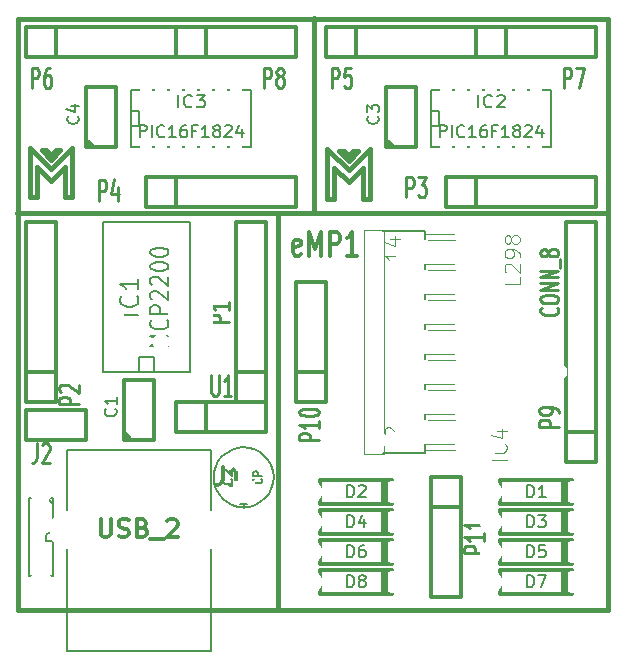
<source format=gto>
G04 (created by PCBNEW-RS274X (2011-12-28 BZR 3254)-stable) date 2012. 03. 22. 18:32:51*
G01*
G70*
G90*
%MOIN*%
G04 Gerber Fmt 3.4, Leading zero omitted, Abs format*
%FSLAX34Y34*%
G04 APERTURE LIST*
%ADD10C,0.006000*%
%ADD11C,0.012000*%
%ADD12C,0.015000*%
%ADD13C,0.005000*%
%ADD14C,0.008000*%
%ADD15C,0.002600*%
%ADD16C,0.010700*%
%ADD17C,0.010000*%
%ADD18C,0.010600*%
%ADD19C,0.003500*%
%ADD20C,0.007500*%
%ADD21C,0.080000*%
%ADD22C,0.126300*%
%ADD23R,0.070000X0.040000*%
%ADD24R,0.040000X0.065000*%
%ADD25R,0.075000X0.075000*%
%ADD26C,0.075000*%
%ADD27O,0.140000X0.080000*%
%ADD28C,0.055000*%
G04 APERTURE END LIST*
G54D10*
G54D11*
X14147Y-12569D02*
X14090Y-12607D01*
X13976Y-12607D01*
X13919Y-12569D01*
X13890Y-12493D01*
X13890Y-12188D01*
X13919Y-12112D01*
X13976Y-12073D01*
X14090Y-12073D01*
X14147Y-12112D01*
X14176Y-12188D01*
X14176Y-12264D01*
X13890Y-12340D01*
X14433Y-12607D02*
X14433Y-11807D01*
X14633Y-12378D01*
X14833Y-11807D01*
X14833Y-12607D01*
X15119Y-12607D02*
X15119Y-11807D01*
X15347Y-11807D01*
X15405Y-11845D01*
X15433Y-11883D01*
X15462Y-11959D01*
X15462Y-12073D01*
X15433Y-12150D01*
X15405Y-12188D01*
X15347Y-12226D01*
X15119Y-12226D01*
X16033Y-12607D02*
X15690Y-12607D01*
X15862Y-12607D02*
X15862Y-11807D01*
X15805Y-11921D01*
X15747Y-11997D01*
X15690Y-12035D01*
G54D12*
X05118Y-10669D02*
X05118Y-09016D01*
X05118Y-09016D02*
X05827Y-09725D01*
X05827Y-09725D02*
X06536Y-09016D01*
X06536Y-09016D02*
X06536Y-10669D01*
X06536Y-10669D02*
X06299Y-10669D01*
X06299Y-10669D02*
X06299Y-09646D01*
X06299Y-09646D02*
X05827Y-10118D01*
X05827Y-10118D02*
X05355Y-09646D01*
X05355Y-09646D02*
X05355Y-10669D01*
X05355Y-10669D02*
X05118Y-10669D01*
X05512Y-09095D02*
X05827Y-09410D01*
X05827Y-09410D02*
X06142Y-09095D01*
X06142Y-09095D02*
X05985Y-09095D01*
X05985Y-09095D02*
X05828Y-09252D01*
X05828Y-09252D02*
X05671Y-09095D01*
X05671Y-09095D02*
X05512Y-09095D01*
X05671Y-09095D02*
X05512Y-09095D01*
X05828Y-09252D02*
X05671Y-09095D01*
X15749Y-09291D02*
X15592Y-09134D01*
X15592Y-09134D02*
X15433Y-09134D01*
X15592Y-09134D02*
X15433Y-09134D01*
X15749Y-09291D02*
X15592Y-09134D01*
X15906Y-09134D02*
X15749Y-09291D01*
X16063Y-09134D02*
X15906Y-09134D01*
X15748Y-09449D02*
X16063Y-09134D01*
X15433Y-09134D02*
X15748Y-09449D01*
X15276Y-10708D02*
X15039Y-10708D01*
X15276Y-09685D02*
X15276Y-10708D01*
X15748Y-10157D02*
X15276Y-09685D01*
X16220Y-09685D02*
X15748Y-10157D01*
X16220Y-10708D02*
X16220Y-09685D01*
X16457Y-10708D02*
X16220Y-10708D01*
X16457Y-09055D02*
X16457Y-10708D01*
X15748Y-09764D02*
X16457Y-09055D01*
X15039Y-09055D02*
X15748Y-09764D01*
X15039Y-10708D02*
X15039Y-09055D01*
X13400Y-11300D02*
X13400Y-24400D01*
X14600Y-04700D02*
X14600Y-11200D01*
X04700Y-11200D02*
X24400Y-11200D01*
X04724Y-24409D02*
X04724Y-04724D01*
X24409Y-24409D02*
X04724Y-24409D01*
X24409Y-04724D02*
X24409Y-24409D01*
X04724Y-04724D02*
X24409Y-04724D01*
G54D13*
X06350Y-25800D02*
X11150Y-25800D01*
X11150Y-25800D02*
X11150Y-19100D01*
X11150Y-19100D02*
X06350Y-19100D01*
X06350Y-19100D02*
X06350Y-25800D01*
X10450Y-11500D02*
X07550Y-11500D01*
X07550Y-16500D02*
X10450Y-16500D01*
X10450Y-11500D02*
X10450Y-16500D01*
X07550Y-16500D02*
X07550Y-11500D01*
X08750Y-16500D02*
X08750Y-16000D01*
X08750Y-16000D02*
X09250Y-16000D01*
X09250Y-16000D02*
X09250Y-16500D01*
G54D14*
X12500Y-07100D02*
X12500Y-09000D01*
X12500Y-09000D02*
X08500Y-09000D01*
X08500Y-09000D02*
X08500Y-07100D01*
X08500Y-07100D02*
X12500Y-07100D01*
X08500Y-07800D02*
X08750Y-07800D01*
X08750Y-07800D02*
X08750Y-08300D01*
X08750Y-08300D02*
X08500Y-08300D01*
X22500Y-07100D02*
X22500Y-09000D01*
X22500Y-09000D02*
X18500Y-09000D01*
X18500Y-09000D02*
X18500Y-07100D01*
X18500Y-07100D02*
X22500Y-07100D01*
X18500Y-07800D02*
X18750Y-07800D01*
X18750Y-07800D02*
X18750Y-08300D01*
X18750Y-08300D02*
X18500Y-08300D01*
G54D11*
X23000Y-19500D02*
X23000Y-11500D01*
X23000Y-11500D02*
X24000Y-11500D01*
X24000Y-11500D02*
X24000Y-19500D01*
X24000Y-19500D02*
X23000Y-19500D01*
X24000Y-18500D02*
X23000Y-18500D01*
X13000Y-17500D02*
X12000Y-17500D01*
X12000Y-17500D02*
X12000Y-11500D01*
X12000Y-11500D02*
X13000Y-11500D01*
X13000Y-11500D02*
X13000Y-17500D01*
X13000Y-16500D02*
X12000Y-16500D01*
X06000Y-17500D02*
X05000Y-17500D01*
X05000Y-17500D02*
X05000Y-11500D01*
X05000Y-11500D02*
X06000Y-11500D01*
X06000Y-11500D02*
X06000Y-17500D01*
X06000Y-16500D02*
X05000Y-16500D01*
X15000Y-06000D02*
X15000Y-05000D01*
X15000Y-05000D02*
X20000Y-05000D01*
X20000Y-05000D02*
X20000Y-06000D01*
X20000Y-06000D02*
X15000Y-06000D01*
X16000Y-06000D02*
X16000Y-05000D01*
X19000Y-11000D02*
X19000Y-10000D01*
X19000Y-10000D02*
X24000Y-10000D01*
X24000Y-10000D02*
X24000Y-11000D01*
X24000Y-11000D02*
X19000Y-11000D01*
X20000Y-11000D02*
X20000Y-10000D01*
X09000Y-11000D02*
X09000Y-10000D01*
X09000Y-10000D02*
X14000Y-10000D01*
X14000Y-10000D02*
X14000Y-11000D01*
X14000Y-11000D02*
X09000Y-11000D01*
X10000Y-11000D02*
X10000Y-10000D01*
X05000Y-06000D02*
X05000Y-05000D01*
X05000Y-05000D02*
X10000Y-05000D01*
X10000Y-05000D02*
X10000Y-06000D01*
X10000Y-06000D02*
X05000Y-06000D01*
X06000Y-06000D02*
X06000Y-05000D01*
X20000Y-05000D02*
X20000Y-05000D01*
X20000Y-06000D02*
X20000Y-05000D01*
X20000Y-05000D02*
X20000Y-05000D01*
X20000Y-05000D02*
X24000Y-05000D01*
X24000Y-05000D02*
X24000Y-06000D01*
X24000Y-06000D02*
X20000Y-06000D01*
X21000Y-06000D02*
X21000Y-05000D01*
X10000Y-05000D02*
X10000Y-05000D01*
X10000Y-06000D02*
X10000Y-05000D01*
X10000Y-05000D02*
X10000Y-05000D01*
X10000Y-05000D02*
X14000Y-05000D01*
X14000Y-05000D02*
X14000Y-06000D01*
X14000Y-06000D02*
X10000Y-06000D01*
X11000Y-06000D02*
X11000Y-05000D01*
X14000Y-17500D02*
X14000Y-17500D01*
X15000Y-17500D02*
X14000Y-17500D01*
X14000Y-17500D02*
X14000Y-17500D01*
X14000Y-17500D02*
X14000Y-13500D01*
X14000Y-13500D02*
X15000Y-13500D01*
X15000Y-13500D02*
X15000Y-17500D01*
X15000Y-16500D02*
X14000Y-16500D01*
X19500Y-20000D02*
X19500Y-20000D01*
X18500Y-20000D02*
X19500Y-20000D01*
X19500Y-20000D02*
X19500Y-20000D01*
X19500Y-20000D02*
X19500Y-24000D01*
X19500Y-24000D02*
X18500Y-24000D01*
X18500Y-24000D02*
X18500Y-20000D01*
X18500Y-21000D02*
X19500Y-21000D01*
X10000Y-18500D02*
X10000Y-17500D01*
X10000Y-17500D02*
X13000Y-17500D01*
X13000Y-17500D02*
X13000Y-18500D01*
X13000Y-18500D02*
X10000Y-18500D01*
X11000Y-17500D02*
X11000Y-18500D01*
X05000Y-18750D02*
X05000Y-17750D01*
X05000Y-17750D02*
X07000Y-17750D01*
X07000Y-17750D02*
X07000Y-18750D01*
X07000Y-18750D02*
X05000Y-18750D01*
G54D14*
X05500Y-20500D02*
X05500Y-20700D01*
X05500Y-23500D02*
X05500Y-23300D01*
X05500Y-23300D02*
X05900Y-23300D01*
X05900Y-23300D02*
X05900Y-20700D01*
X05900Y-20700D02*
X05100Y-20700D01*
X05100Y-20700D02*
X05100Y-23300D01*
X05100Y-23300D02*
X05500Y-23300D01*
X05700Y-20700D02*
X05900Y-20900D01*
G54D15*
X19400Y-19100D02*
X19400Y-18900D01*
X19400Y-18900D02*
X18300Y-18900D01*
X18300Y-19100D02*
X18300Y-18900D01*
X19400Y-19100D02*
X18300Y-19100D01*
X19400Y-18100D02*
X19400Y-17900D01*
X19400Y-17900D02*
X18300Y-17900D01*
X18300Y-18100D02*
X18300Y-17900D01*
X19400Y-18100D02*
X18300Y-18100D01*
X19400Y-17100D02*
X19400Y-16900D01*
X19400Y-16900D02*
X18300Y-16900D01*
X18300Y-17100D02*
X18300Y-16900D01*
X19400Y-17100D02*
X18300Y-17100D01*
X19400Y-16100D02*
X19400Y-15900D01*
X19400Y-15900D02*
X18300Y-15900D01*
X18300Y-16100D02*
X18300Y-15900D01*
X19400Y-16100D02*
X18300Y-16100D01*
X19400Y-15100D02*
X19400Y-14900D01*
X19400Y-14900D02*
X18300Y-14900D01*
X18300Y-15100D02*
X18300Y-14900D01*
X19400Y-15100D02*
X18300Y-15100D01*
X19400Y-14100D02*
X19400Y-13900D01*
X19400Y-13900D02*
X18300Y-13900D01*
X18300Y-14100D02*
X18300Y-13900D01*
X19400Y-14100D02*
X18300Y-14100D01*
X19400Y-13100D02*
X19400Y-12900D01*
X19400Y-12900D02*
X18300Y-12900D01*
X18300Y-13100D02*
X18300Y-12900D01*
X19400Y-13100D02*
X18300Y-13100D01*
X19400Y-12100D02*
X19400Y-11900D01*
X19400Y-11900D02*
X18300Y-11900D01*
X18300Y-12100D02*
X18300Y-11900D01*
X19400Y-12100D02*
X18300Y-12100D01*
X16932Y-19230D02*
X16932Y-11770D01*
X16932Y-11770D02*
X16272Y-11770D01*
X16272Y-19230D02*
X16272Y-11770D01*
X16932Y-19230D02*
X16272Y-19230D01*
G54D10*
X18300Y-19200D02*
X18300Y-19100D01*
X18300Y-19100D02*
X18300Y-11900D01*
X18300Y-11900D02*
X18300Y-11800D01*
X16900Y-19200D02*
X18300Y-19200D01*
X16900Y-11800D02*
X18300Y-11800D01*
G54D11*
X17500Y-23500D02*
X17200Y-23500D01*
X17200Y-23500D02*
X17200Y-23100D01*
X17200Y-23100D02*
X14800Y-23100D01*
X14800Y-23100D02*
X14800Y-23500D01*
X14800Y-23500D02*
X14500Y-23500D01*
X14800Y-23500D02*
X14800Y-23900D01*
X14800Y-23900D02*
X17200Y-23900D01*
X17200Y-23900D02*
X17200Y-23500D01*
X17000Y-23100D02*
X17000Y-23900D01*
X16900Y-23900D02*
X16900Y-23100D01*
X23500Y-23500D02*
X23200Y-23500D01*
X23200Y-23500D02*
X23200Y-23100D01*
X23200Y-23100D02*
X20800Y-23100D01*
X20800Y-23100D02*
X20800Y-23500D01*
X20800Y-23500D02*
X20500Y-23500D01*
X20800Y-23500D02*
X20800Y-23900D01*
X20800Y-23900D02*
X23200Y-23900D01*
X23200Y-23900D02*
X23200Y-23500D01*
X23000Y-23100D02*
X23000Y-23900D01*
X22900Y-23900D02*
X22900Y-23100D01*
X17500Y-22500D02*
X17200Y-22500D01*
X17200Y-22500D02*
X17200Y-22100D01*
X17200Y-22100D02*
X14800Y-22100D01*
X14800Y-22100D02*
X14800Y-22500D01*
X14800Y-22500D02*
X14500Y-22500D01*
X14800Y-22500D02*
X14800Y-22900D01*
X14800Y-22900D02*
X17200Y-22900D01*
X17200Y-22900D02*
X17200Y-22500D01*
X17000Y-22100D02*
X17000Y-22900D01*
X16900Y-22900D02*
X16900Y-22100D01*
X23500Y-22500D02*
X23200Y-22500D01*
X23200Y-22500D02*
X23200Y-22100D01*
X23200Y-22100D02*
X20800Y-22100D01*
X20800Y-22100D02*
X20800Y-22500D01*
X20800Y-22500D02*
X20500Y-22500D01*
X20800Y-22500D02*
X20800Y-22900D01*
X20800Y-22900D02*
X23200Y-22900D01*
X23200Y-22900D02*
X23200Y-22500D01*
X23000Y-22100D02*
X23000Y-22900D01*
X22900Y-22900D02*
X22900Y-22100D01*
X17500Y-21500D02*
X17200Y-21500D01*
X17200Y-21500D02*
X17200Y-21100D01*
X17200Y-21100D02*
X14800Y-21100D01*
X14800Y-21100D02*
X14800Y-21500D01*
X14800Y-21500D02*
X14500Y-21500D01*
X14800Y-21500D02*
X14800Y-21900D01*
X14800Y-21900D02*
X17200Y-21900D01*
X17200Y-21900D02*
X17200Y-21500D01*
X17000Y-21100D02*
X17000Y-21900D01*
X16900Y-21900D02*
X16900Y-21100D01*
X23500Y-21500D02*
X23200Y-21500D01*
X23200Y-21500D02*
X23200Y-21100D01*
X23200Y-21100D02*
X20800Y-21100D01*
X20800Y-21100D02*
X20800Y-21500D01*
X20800Y-21500D02*
X20500Y-21500D01*
X20800Y-21500D02*
X20800Y-21900D01*
X20800Y-21900D02*
X23200Y-21900D01*
X23200Y-21900D02*
X23200Y-21500D01*
X23000Y-21100D02*
X23000Y-21900D01*
X22900Y-21900D02*
X22900Y-21100D01*
X17500Y-20500D02*
X17200Y-20500D01*
X17200Y-20500D02*
X17200Y-20100D01*
X17200Y-20100D02*
X14800Y-20100D01*
X14800Y-20100D02*
X14800Y-20500D01*
X14800Y-20500D02*
X14500Y-20500D01*
X14800Y-20500D02*
X14800Y-20900D01*
X14800Y-20900D02*
X17200Y-20900D01*
X17200Y-20900D02*
X17200Y-20500D01*
X17000Y-20100D02*
X17000Y-20900D01*
X16900Y-20900D02*
X16900Y-20100D01*
X23500Y-20500D02*
X23200Y-20500D01*
X23200Y-20500D02*
X23200Y-20100D01*
X23200Y-20100D02*
X20800Y-20100D01*
X20800Y-20100D02*
X20800Y-20500D01*
X20800Y-20500D02*
X20500Y-20500D01*
X20800Y-20500D02*
X20800Y-20900D01*
X20800Y-20900D02*
X23200Y-20900D01*
X23200Y-20900D02*
X23200Y-20500D01*
X23000Y-20100D02*
X23000Y-20900D01*
X22900Y-20900D02*
X22900Y-20100D01*
X08250Y-18730D02*
X08250Y-16750D01*
X08250Y-16750D02*
X09250Y-16750D01*
X09250Y-16750D02*
X09250Y-18750D01*
X09250Y-18750D02*
X08250Y-18750D01*
X08500Y-18750D02*
X08250Y-18500D01*
X07000Y-08980D02*
X07000Y-07000D01*
X07000Y-07000D02*
X08000Y-07000D01*
X08000Y-07000D02*
X08000Y-09000D01*
X08000Y-09000D02*
X07000Y-09000D01*
X07250Y-09000D02*
X07000Y-08750D01*
X17000Y-08980D02*
X17000Y-07000D01*
X17000Y-07000D02*
X18000Y-07000D01*
X18000Y-07000D02*
X18000Y-09000D01*
X18000Y-09000D02*
X17000Y-09000D01*
X17250Y-09000D02*
X17000Y-08750D01*
G54D13*
X13251Y-20000D02*
X13231Y-20194D01*
X13175Y-20381D01*
X13083Y-20553D01*
X12960Y-20705D01*
X12809Y-20829D01*
X12637Y-20922D01*
X12451Y-20980D01*
X12256Y-21000D01*
X12063Y-20983D01*
X11876Y-20928D01*
X11702Y-20837D01*
X11550Y-20715D01*
X11425Y-20565D01*
X11330Y-20394D01*
X11271Y-20208D01*
X11250Y-20013D01*
X11266Y-19820D01*
X11320Y-19632D01*
X11409Y-19458D01*
X11530Y-19305D01*
X11679Y-19179D01*
X11850Y-19083D01*
X12036Y-19023D01*
X12230Y-19000D01*
X12423Y-19015D01*
X12611Y-19067D01*
X12786Y-19155D01*
X12940Y-19276D01*
X13067Y-19423D01*
X13164Y-19593D01*
X13226Y-19779D01*
X13250Y-19973D01*
X13251Y-20000D01*
G54D11*
X11550Y-19643D02*
X11550Y-20071D01*
X11522Y-20157D01*
X11465Y-20214D01*
X11379Y-20243D01*
X11322Y-20243D01*
X12150Y-20243D02*
X11807Y-20243D01*
X11979Y-20243D02*
X11979Y-19643D01*
X11922Y-19729D01*
X11864Y-19786D01*
X11807Y-19814D01*
X07479Y-21393D02*
X07479Y-21879D01*
X07507Y-21936D01*
X07536Y-21964D01*
X07593Y-21993D01*
X07707Y-21993D01*
X07765Y-21964D01*
X07793Y-21936D01*
X07822Y-21879D01*
X07822Y-21393D01*
X08079Y-21964D02*
X08165Y-21993D01*
X08308Y-21993D01*
X08365Y-21964D01*
X08394Y-21936D01*
X08422Y-21879D01*
X08422Y-21821D01*
X08394Y-21764D01*
X08365Y-21736D01*
X08308Y-21707D01*
X08194Y-21679D01*
X08136Y-21650D01*
X08108Y-21621D01*
X08079Y-21564D01*
X08079Y-21507D01*
X08108Y-21450D01*
X08136Y-21421D01*
X08194Y-21393D01*
X08336Y-21393D01*
X08422Y-21421D01*
X08879Y-21679D02*
X08965Y-21707D01*
X08993Y-21736D01*
X09022Y-21793D01*
X09022Y-21879D01*
X08993Y-21936D01*
X08965Y-21964D01*
X08907Y-21993D01*
X08679Y-21993D01*
X08679Y-21393D01*
X08879Y-21393D01*
X08936Y-21421D01*
X08965Y-21450D01*
X08993Y-21507D01*
X08993Y-21564D01*
X08965Y-21621D01*
X08936Y-21650D01*
X08879Y-21679D01*
X08679Y-21679D01*
X09136Y-22050D02*
X09593Y-22050D01*
X09707Y-21450D02*
X09736Y-21421D01*
X09793Y-21393D01*
X09936Y-21393D01*
X09993Y-21421D01*
X10022Y-21450D01*
X10050Y-21507D01*
X10050Y-21564D01*
X10022Y-21650D01*
X09679Y-21993D01*
X10050Y-21993D01*
G54D13*
X08743Y-14585D02*
X08143Y-14585D01*
X08686Y-13956D02*
X08714Y-13985D01*
X08743Y-14071D01*
X08743Y-14128D01*
X08714Y-14213D01*
X08657Y-14271D01*
X08600Y-14299D01*
X08486Y-14328D01*
X08400Y-14328D01*
X08286Y-14299D01*
X08229Y-14271D01*
X08171Y-14213D01*
X08143Y-14128D01*
X08143Y-14071D01*
X08171Y-13985D01*
X08200Y-13956D01*
X08743Y-13385D02*
X08743Y-13728D01*
X08743Y-13556D02*
X08143Y-13556D01*
X08229Y-13613D01*
X08286Y-13671D01*
X08314Y-13728D01*
X09743Y-15618D02*
X09143Y-15618D01*
X09571Y-15451D01*
X09143Y-15285D01*
X09743Y-15285D01*
X09686Y-14761D02*
X09714Y-14785D01*
X09743Y-14856D01*
X09743Y-14904D01*
X09714Y-14976D01*
X09657Y-15023D01*
X09600Y-15047D01*
X09486Y-15071D01*
X09400Y-15071D01*
X09286Y-15047D01*
X09229Y-15023D01*
X09171Y-14976D01*
X09143Y-14904D01*
X09143Y-14856D01*
X09171Y-14785D01*
X09200Y-14761D01*
X09743Y-14547D02*
X09143Y-14547D01*
X09143Y-14356D01*
X09171Y-14309D01*
X09200Y-14285D01*
X09257Y-14261D01*
X09343Y-14261D01*
X09400Y-14285D01*
X09429Y-14309D01*
X09457Y-14356D01*
X09457Y-14547D01*
X09200Y-14071D02*
X09171Y-14047D01*
X09143Y-13999D01*
X09143Y-13880D01*
X09171Y-13833D01*
X09200Y-13809D01*
X09257Y-13785D01*
X09314Y-13785D01*
X09400Y-13809D01*
X09743Y-14095D01*
X09743Y-13785D01*
X09200Y-13595D02*
X09171Y-13571D01*
X09143Y-13523D01*
X09143Y-13404D01*
X09171Y-13357D01*
X09200Y-13333D01*
X09257Y-13309D01*
X09314Y-13309D01*
X09400Y-13333D01*
X09743Y-13619D01*
X09743Y-13309D01*
X09143Y-13000D02*
X09143Y-12952D01*
X09171Y-12904D01*
X09200Y-12881D01*
X09257Y-12857D01*
X09371Y-12833D01*
X09514Y-12833D01*
X09629Y-12857D01*
X09686Y-12881D01*
X09714Y-12904D01*
X09743Y-12952D01*
X09743Y-13000D01*
X09714Y-13047D01*
X09686Y-13071D01*
X09629Y-13095D01*
X09514Y-13119D01*
X09371Y-13119D01*
X09257Y-13095D01*
X09200Y-13071D01*
X09171Y-13047D01*
X09143Y-13000D01*
X09143Y-12524D02*
X09143Y-12476D01*
X09171Y-12428D01*
X09200Y-12405D01*
X09257Y-12381D01*
X09371Y-12357D01*
X09514Y-12357D01*
X09629Y-12381D01*
X09686Y-12405D01*
X09714Y-12428D01*
X09743Y-12476D01*
X09743Y-12524D01*
X09714Y-12571D01*
X09686Y-12595D01*
X09629Y-12619D01*
X09514Y-12643D01*
X09371Y-12643D01*
X09257Y-12619D01*
X09200Y-12595D01*
X09171Y-12571D01*
X09143Y-12524D01*
X10061Y-07662D02*
X10061Y-07262D01*
X10532Y-07624D02*
X10511Y-07643D01*
X10447Y-07662D01*
X10404Y-07662D01*
X10339Y-07643D01*
X10297Y-07605D01*
X10275Y-07567D01*
X10254Y-07490D01*
X10254Y-07433D01*
X10275Y-07357D01*
X10297Y-07319D01*
X10339Y-07281D01*
X10404Y-07262D01*
X10447Y-07262D01*
X10511Y-07281D01*
X10532Y-07300D01*
X10682Y-07262D02*
X10961Y-07262D01*
X10811Y-07414D01*
X10875Y-07414D01*
X10918Y-07433D01*
X10939Y-07452D01*
X10961Y-07490D01*
X10961Y-07586D01*
X10939Y-07624D01*
X10918Y-07643D01*
X10875Y-07662D01*
X10747Y-07662D01*
X10704Y-07643D01*
X10682Y-07624D01*
X08786Y-08662D02*
X08786Y-08262D01*
X08939Y-08262D01*
X08977Y-08281D01*
X08996Y-08300D01*
X09015Y-08338D01*
X09015Y-08395D01*
X08996Y-08433D01*
X08977Y-08452D01*
X08939Y-08471D01*
X08786Y-08471D01*
X09186Y-08662D02*
X09186Y-08262D01*
X09605Y-08624D02*
X09586Y-08643D01*
X09529Y-08662D01*
X09491Y-08662D01*
X09433Y-08643D01*
X09395Y-08605D01*
X09376Y-08567D01*
X09357Y-08490D01*
X09357Y-08433D01*
X09376Y-08357D01*
X09395Y-08319D01*
X09433Y-08281D01*
X09491Y-08262D01*
X09529Y-08262D01*
X09586Y-08281D01*
X09605Y-08300D01*
X09986Y-08662D02*
X09757Y-08662D01*
X09871Y-08662D02*
X09871Y-08262D01*
X09833Y-08319D01*
X09795Y-08357D01*
X09757Y-08376D01*
X10329Y-08262D02*
X10252Y-08262D01*
X10214Y-08281D01*
X10195Y-08300D01*
X10157Y-08357D01*
X10138Y-08433D01*
X10138Y-08586D01*
X10157Y-08624D01*
X10176Y-08643D01*
X10214Y-08662D01*
X10291Y-08662D01*
X10329Y-08643D01*
X10348Y-08624D01*
X10367Y-08586D01*
X10367Y-08490D01*
X10348Y-08452D01*
X10329Y-08433D01*
X10291Y-08414D01*
X10214Y-08414D01*
X10176Y-08433D01*
X10157Y-08452D01*
X10138Y-08490D01*
X10672Y-08452D02*
X10538Y-08452D01*
X10538Y-08662D02*
X10538Y-08262D01*
X10729Y-08262D01*
X11091Y-08662D02*
X10862Y-08662D01*
X10976Y-08662D02*
X10976Y-08262D01*
X10938Y-08319D01*
X10900Y-08357D01*
X10862Y-08376D01*
X11319Y-08433D02*
X11281Y-08414D01*
X11262Y-08395D01*
X11243Y-08357D01*
X11243Y-08338D01*
X11262Y-08300D01*
X11281Y-08281D01*
X11319Y-08262D01*
X11396Y-08262D01*
X11434Y-08281D01*
X11453Y-08300D01*
X11472Y-08338D01*
X11472Y-08357D01*
X11453Y-08395D01*
X11434Y-08414D01*
X11396Y-08433D01*
X11319Y-08433D01*
X11281Y-08452D01*
X11262Y-08471D01*
X11243Y-08510D01*
X11243Y-08586D01*
X11262Y-08624D01*
X11281Y-08643D01*
X11319Y-08662D01*
X11396Y-08662D01*
X11434Y-08643D01*
X11453Y-08624D01*
X11472Y-08586D01*
X11472Y-08510D01*
X11453Y-08471D01*
X11434Y-08452D01*
X11396Y-08433D01*
X11624Y-08300D02*
X11643Y-08281D01*
X11681Y-08262D01*
X11777Y-08262D01*
X11815Y-08281D01*
X11834Y-08300D01*
X11853Y-08338D01*
X11853Y-08376D01*
X11834Y-08433D01*
X11605Y-08662D01*
X11853Y-08662D01*
X12196Y-08395D02*
X12196Y-08662D01*
X12100Y-08243D02*
X12005Y-08529D01*
X12253Y-08529D01*
X20061Y-07662D02*
X20061Y-07262D01*
X20532Y-07624D02*
X20511Y-07643D01*
X20447Y-07662D01*
X20404Y-07662D01*
X20339Y-07643D01*
X20297Y-07605D01*
X20275Y-07567D01*
X20254Y-07490D01*
X20254Y-07433D01*
X20275Y-07357D01*
X20297Y-07319D01*
X20339Y-07281D01*
X20404Y-07262D01*
X20447Y-07262D01*
X20511Y-07281D01*
X20532Y-07300D01*
X20704Y-07300D02*
X20725Y-07281D01*
X20768Y-07262D01*
X20875Y-07262D01*
X20918Y-07281D01*
X20939Y-07300D01*
X20961Y-07338D01*
X20961Y-07376D01*
X20939Y-07433D01*
X20682Y-07662D01*
X20961Y-07662D01*
X18786Y-08662D02*
X18786Y-08262D01*
X18939Y-08262D01*
X18977Y-08281D01*
X18996Y-08300D01*
X19015Y-08338D01*
X19015Y-08395D01*
X18996Y-08433D01*
X18977Y-08452D01*
X18939Y-08471D01*
X18786Y-08471D01*
X19186Y-08662D02*
X19186Y-08262D01*
X19605Y-08624D02*
X19586Y-08643D01*
X19529Y-08662D01*
X19491Y-08662D01*
X19433Y-08643D01*
X19395Y-08605D01*
X19376Y-08567D01*
X19357Y-08490D01*
X19357Y-08433D01*
X19376Y-08357D01*
X19395Y-08319D01*
X19433Y-08281D01*
X19491Y-08262D01*
X19529Y-08262D01*
X19586Y-08281D01*
X19605Y-08300D01*
X19986Y-08662D02*
X19757Y-08662D01*
X19871Y-08662D02*
X19871Y-08262D01*
X19833Y-08319D01*
X19795Y-08357D01*
X19757Y-08376D01*
X20329Y-08262D02*
X20252Y-08262D01*
X20214Y-08281D01*
X20195Y-08300D01*
X20157Y-08357D01*
X20138Y-08433D01*
X20138Y-08586D01*
X20157Y-08624D01*
X20176Y-08643D01*
X20214Y-08662D01*
X20291Y-08662D01*
X20329Y-08643D01*
X20348Y-08624D01*
X20367Y-08586D01*
X20367Y-08490D01*
X20348Y-08452D01*
X20329Y-08433D01*
X20291Y-08414D01*
X20214Y-08414D01*
X20176Y-08433D01*
X20157Y-08452D01*
X20138Y-08490D01*
X20672Y-08452D02*
X20538Y-08452D01*
X20538Y-08662D02*
X20538Y-08262D01*
X20729Y-08262D01*
X21091Y-08662D02*
X20862Y-08662D01*
X20976Y-08662D02*
X20976Y-08262D01*
X20938Y-08319D01*
X20900Y-08357D01*
X20862Y-08376D01*
X21319Y-08433D02*
X21281Y-08414D01*
X21262Y-08395D01*
X21243Y-08357D01*
X21243Y-08338D01*
X21262Y-08300D01*
X21281Y-08281D01*
X21319Y-08262D01*
X21396Y-08262D01*
X21434Y-08281D01*
X21453Y-08300D01*
X21472Y-08338D01*
X21472Y-08357D01*
X21453Y-08395D01*
X21434Y-08414D01*
X21396Y-08433D01*
X21319Y-08433D01*
X21281Y-08452D01*
X21262Y-08471D01*
X21243Y-08510D01*
X21243Y-08586D01*
X21262Y-08624D01*
X21281Y-08643D01*
X21319Y-08662D01*
X21396Y-08662D01*
X21434Y-08643D01*
X21453Y-08624D01*
X21472Y-08586D01*
X21472Y-08510D01*
X21453Y-08471D01*
X21434Y-08452D01*
X21396Y-08433D01*
X21624Y-08300D02*
X21643Y-08281D01*
X21681Y-08262D01*
X21777Y-08262D01*
X21815Y-08281D01*
X21834Y-08300D01*
X21853Y-08338D01*
X21853Y-08376D01*
X21834Y-08433D01*
X21605Y-08662D01*
X21853Y-08662D01*
X22196Y-08395D02*
X22196Y-08662D01*
X22100Y-08243D02*
X22005Y-08529D01*
X22253Y-08529D01*
G54D16*
X22775Y-18316D02*
X22094Y-18316D01*
X22094Y-18153D01*
X22127Y-18112D01*
X22159Y-18092D01*
X22224Y-18072D01*
X22321Y-18072D01*
X22386Y-18092D01*
X22418Y-18112D01*
X22451Y-18153D01*
X22451Y-18316D01*
X22775Y-17868D02*
X22775Y-17786D01*
X22743Y-17745D01*
X22710Y-17725D01*
X22613Y-17684D01*
X22483Y-17664D01*
X22224Y-17664D01*
X22159Y-17684D01*
X22127Y-17705D01*
X22094Y-17745D01*
X22094Y-17827D01*
X22127Y-17868D01*
X22159Y-17888D01*
X22224Y-17908D01*
X22386Y-17908D01*
X22451Y-17888D01*
X22483Y-17868D01*
X22516Y-17827D01*
X22516Y-17745D01*
X22483Y-17705D01*
X22451Y-17684D01*
X22386Y-17664D01*
G54D17*
X22686Y-14347D02*
X22714Y-14366D01*
X22743Y-14423D01*
X22743Y-14461D01*
X22714Y-14519D01*
X22657Y-14557D01*
X22600Y-14576D01*
X22486Y-14595D01*
X22400Y-14595D01*
X22286Y-14576D01*
X22229Y-14557D01*
X22171Y-14519D01*
X22143Y-14461D01*
X22143Y-14423D01*
X22171Y-14366D01*
X22200Y-14347D01*
X22143Y-14100D02*
X22143Y-14023D01*
X22171Y-13985D01*
X22229Y-13947D01*
X22343Y-13928D01*
X22543Y-13928D01*
X22657Y-13947D01*
X22714Y-13985D01*
X22743Y-14023D01*
X22743Y-14100D01*
X22714Y-14138D01*
X22657Y-14176D01*
X22543Y-14195D01*
X22343Y-14195D01*
X22229Y-14176D01*
X22171Y-14138D01*
X22143Y-14100D01*
X22743Y-13757D02*
X22143Y-13757D01*
X22743Y-13528D01*
X22143Y-13528D01*
X22743Y-13338D02*
X22143Y-13338D01*
X22743Y-13109D01*
X22143Y-13109D01*
X22800Y-13014D02*
X22800Y-12709D01*
X22400Y-12557D02*
X22371Y-12595D01*
X22343Y-12614D01*
X22286Y-12633D01*
X22257Y-12633D01*
X22200Y-12614D01*
X22171Y-12595D01*
X22143Y-12557D01*
X22143Y-12480D01*
X22171Y-12442D01*
X22200Y-12423D01*
X22257Y-12404D01*
X22286Y-12404D01*
X22343Y-12423D01*
X22371Y-12442D01*
X22400Y-12480D01*
X22400Y-12557D01*
X22429Y-12595D01*
X22457Y-12614D01*
X22514Y-12633D01*
X22629Y-12633D01*
X22686Y-12614D01*
X22714Y-12595D01*
X22743Y-12557D01*
X22743Y-12480D01*
X22714Y-12442D01*
X22686Y-12423D01*
X22629Y-12404D01*
X22514Y-12404D01*
X22457Y-12423D01*
X22429Y-12442D01*
X22400Y-12480D01*
G54D16*
X11775Y-14816D02*
X11094Y-14816D01*
X11094Y-14653D01*
X11127Y-14612D01*
X11159Y-14592D01*
X11224Y-14572D01*
X11321Y-14572D01*
X11386Y-14592D01*
X11418Y-14612D01*
X11451Y-14653D01*
X11451Y-14816D01*
X11775Y-14164D02*
X11775Y-14408D01*
X11775Y-14286D02*
X11094Y-14286D01*
X11191Y-14327D01*
X11256Y-14368D01*
X11289Y-14408D01*
X06775Y-17566D02*
X06094Y-17566D01*
X06094Y-17403D01*
X06127Y-17362D01*
X06159Y-17342D01*
X06224Y-17322D01*
X06321Y-17322D01*
X06386Y-17342D01*
X06418Y-17362D01*
X06451Y-17403D01*
X06451Y-17566D01*
X06159Y-17158D02*
X06127Y-17138D01*
X06094Y-17097D01*
X06094Y-16995D01*
X06127Y-16955D01*
X06159Y-16934D01*
X06224Y-16914D01*
X06289Y-16914D01*
X06386Y-16934D01*
X06775Y-17179D01*
X06775Y-16914D01*
X15184Y-07025D02*
X15184Y-06344D01*
X15347Y-06344D01*
X15388Y-06377D01*
X15408Y-06409D01*
X15428Y-06474D01*
X15428Y-06571D01*
X15408Y-06636D01*
X15388Y-06668D01*
X15347Y-06701D01*
X15184Y-06701D01*
X15816Y-06344D02*
X15612Y-06344D01*
X15592Y-06668D01*
X15612Y-06636D01*
X15653Y-06604D01*
X15755Y-06604D01*
X15795Y-06636D01*
X15816Y-06668D01*
X15836Y-06733D01*
X15836Y-06895D01*
X15816Y-06960D01*
X15795Y-06993D01*
X15755Y-07025D01*
X15653Y-07025D01*
X15612Y-06993D01*
X15592Y-06960D01*
X17676Y-10669D02*
X17676Y-09988D01*
X17839Y-09988D01*
X17880Y-10021D01*
X17900Y-10053D01*
X17920Y-10118D01*
X17920Y-10215D01*
X17900Y-10280D01*
X17880Y-10312D01*
X17839Y-10345D01*
X17676Y-10345D01*
X18063Y-09988D02*
X18328Y-09988D01*
X18185Y-10248D01*
X18247Y-10248D01*
X18287Y-10280D01*
X18308Y-10312D01*
X18328Y-10377D01*
X18328Y-10539D01*
X18308Y-10604D01*
X18287Y-10637D01*
X18247Y-10669D01*
X18124Y-10669D01*
X18084Y-10637D01*
X18063Y-10604D01*
X07434Y-10775D02*
X07434Y-10094D01*
X07597Y-10094D01*
X07638Y-10127D01*
X07658Y-10159D01*
X07678Y-10224D01*
X07678Y-10321D01*
X07658Y-10386D01*
X07638Y-10418D01*
X07597Y-10451D01*
X07434Y-10451D01*
X08045Y-10321D02*
X08045Y-10775D01*
X07943Y-10062D02*
X07842Y-10548D01*
X08106Y-10548D01*
X05184Y-07025D02*
X05184Y-06344D01*
X05347Y-06344D01*
X05388Y-06377D01*
X05408Y-06409D01*
X05428Y-06474D01*
X05428Y-06571D01*
X05408Y-06636D01*
X05388Y-06668D01*
X05347Y-06701D01*
X05184Y-06701D01*
X05795Y-06344D02*
X05714Y-06344D01*
X05673Y-06377D01*
X05653Y-06409D01*
X05612Y-06506D01*
X05592Y-06636D01*
X05592Y-06895D01*
X05612Y-06960D01*
X05632Y-06993D01*
X05673Y-07025D01*
X05755Y-07025D01*
X05795Y-06993D01*
X05816Y-06960D01*
X05836Y-06895D01*
X05836Y-06733D01*
X05816Y-06668D01*
X05795Y-06636D01*
X05755Y-06604D01*
X05673Y-06604D01*
X05632Y-06636D01*
X05612Y-06668D01*
X05592Y-06733D01*
X22934Y-07026D02*
X22934Y-06343D01*
X23097Y-06343D01*
X23138Y-06375D01*
X23158Y-06408D01*
X23178Y-06473D01*
X23178Y-06571D01*
X23158Y-06636D01*
X23138Y-06668D01*
X23097Y-06701D01*
X22934Y-06701D01*
X23321Y-06343D02*
X23606Y-06343D01*
X23423Y-07026D01*
X12934Y-07026D02*
X12934Y-06343D01*
X13097Y-06343D01*
X13138Y-06375D01*
X13158Y-06408D01*
X13178Y-06473D01*
X13178Y-06571D01*
X13158Y-06636D01*
X13138Y-06668D01*
X13097Y-06701D01*
X12934Y-06701D01*
X13423Y-06636D02*
X13382Y-06603D01*
X13362Y-06571D01*
X13342Y-06506D01*
X13342Y-06473D01*
X13362Y-06408D01*
X13382Y-06375D01*
X13423Y-06343D01*
X13505Y-06343D01*
X13545Y-06375D01*
X13566Y-06408D01*
X13586Y-06473D01*
X13586Y-06506D01*
X13566Y-06571D01*
X13545Y-06603D01*
X13505Y-06636D01*
X13423Y-06636D01*
X13382Y-06668D01*
X13362Y-06701D01*
X13342Y-06766D01*
X13342Y-06896D01*
X13362Y-06961D01*
X13382Y-06993D01*
X13423Y-07026D01*
X13505Y-07026D01*
X13545Y-06993D01*
X13566Y-06961D01*
X13586Y-06896D01*
X13586Y-06766D01*
X13566Y-06701D01*
X13545Y-06668D01*
X13505Y-06636D01*
X14776Y-18770D02*
X14093Y-18770D01*
X14093Y-18607D01*
X14125Y-18566D01*
X14158Y-18546D01*
X14223Y-18526D01*
X14321Y-18526D01*
X14386Y-18546D01*
X14418Y-18566D01*
X14451Y-18607D01*
X14451Y-18770D01*
X14776Y-18118D02*
X14776Y-18362D01*
X14776Y-18240D02*
X14093Y-18240D01*
X14191Y-18281D01*
X14256Y-18322D01*
X14288Y-18362D01*
X14093Y-17853D02*
X14093Y-17812D01*
X14125Y-17771D01*
X14158Y-17751D01*
X14223Y-17730D01*
X14353Y-17710D01*
X14516Y-17710D01*
X14646Y-17730D01*
X14711Y-17751D01*
X14743Y-17771D01*
X14776Y-17812D01*
X14776Y-17853D01*
X14743Y-17893D01*
X14711Y-17914D01*
X14646Y-17934D01*
X14516Y-17954D01*
X14353Y-17954D01*
X14223Y-17934D01*
X14158Y-17914D01*
X14125Y-17893D01*
X14093Y-17853D01*
X20276Y-22520D02*
X19593Y-22520D01*
X19593Y-22357D01*
X19625Y-22316D01*
X19658Y-22296D01*
X19723Y-22276D01*
X19821Y-22276D01*
X19886Y-22296D01*
X19918Y-22316D01*
X19951Y-22357D01*
X19951Y-22520D01*
X20276Y-21868D02*
X20276Y-22112D01*
X20276Y-21990D02*
X19593Y-21990D01*
X19691Y-22031D01*
X19756Y-22072D01*
X19788Y-22112D01*
X20276Y-21460D02*
X20276Y-21704D01*
X20276Y-21582D02*
X19593Y-21582D01*
X19691Y-21623D01*
X19756Y-21664D01*
X19788Y-21704D01*
G54D18*
X11177Y-16580D02*
X11177Y-17151D01*
X11197Y-17218D01*
X11217Y-17251D01*
X11258Y-17285D01*
X11338Y-17285D01*
X11379Y-17251D01*
X11399Y-17218D01*
X11419Y-17151D01*
X11419Y-16580D01*
X11843Y-17285D02*
X11601Y-17285D01*
X11722Y-17285D02*
X11722Y-16580D01*
X11682Y-16681D01*
X11641Y-16748D01*
X11601Y-16781D01*
G54D16*
X05357Y-18844D02*
X05357Y-19331D01*
X05337Y-19428D01*
X05296Y-19493D01*
X05235Y-19525D01*
X05194Y-19525D01*
X05541Y-18909D02*
X05561Y-18877D01*
X05602Y-18844D01*
X05704Y-18844D01*
X05744Y-18877D01*
X05765Y-18909D01*
X05785Y-18974D01*
X05785Y-19039D01*
X05765Y-19136D01*
X05520Y-19525D01*
X05785Y-19525D01*
G54D14*
X06223Y-21845D02*
X05961Y-22012D01*
X06223Y-22131D02*
X05673Y-22131D01*
X05673Y-21940D01*
X05699Y-21893D01*
X05725Y-21869D01*
X05777Y-21845D01*
X05856Y-21845D01*
X05908Y-21869D01*
X05935Y-21893D01*
X05961Y-21940D01*
X05961Y-22131D01*
G54D19*
X21022Y-19410D02*
X20522Y-19410D01*
X20975Y-18886D02*
X20999Y-18910D01*
X21022Y-18981D01*
X21022Y-19029D01*
X20999Y-19101D01*
X20951Y-19148D01*
X20903Y-19172D01*
X20808Y-19196D01*
X20737Y-19196D01*
X20641Y-19172D01*
X20594Y-19148D01*
X20546Y-19101D01*
X20522Y-19029D01*
X20522Y-18981D01*
X20546Y-18910D01*
X20570Y-18886D01*
X20689Y-18458D02*
X21022Y-18458D01*
X20499Y-18577D02*
X20856Y-18696D01*
X20856Y-18386D01*
X21452Y-13309D02*
X21452Y-13547D01*
X20952Y-13547D01*
X21000Y-13166D02*
X20976Y-13142D01*
X20952Y-13094D01*
X20952Y-12975D01*
X20976Y-12928D01*
X21000Y-12904D01*
X21048Y-12880D01*
X21095Y-12880D01*
X21167Y-12904D01*
X21452Y-13190D01*
X21452Y-12880D01*
X21452Y-12642D02*
X21452Y-12547D01*
X21429Y-12499D01*
X21405Y-12475D01*
X21333Y-12428D01*
X21238Y-12404D01*
X21048Y-12404D01*
X21000Y-12428D01*
X20976Y-12452D01*
X20952Y-12499D01*
X20952Y-12595D01*
X20976Y-12642D01*
X21000Y-12666D01*
X21048Y-12690D01*
X21167Y-12690D01*
X21214Y-12666D01*
X21238Y-12642D01*
X21262Y-12595D01*
X21262Y-12499D01*
X21238Y-12452D01*
X21214Y-12428D01*
X21167Y-12404D01*
X21167Y-12119D02*
X21143Y-12166D01*
X21119Y-12190D01*
X21071Y-12214D01*
X21048Y-12214D01*
X21000Y-12190D01*
X20976Y-12166D01*
X20952Y-12119D01*
X20952Y-12023D01*
X20976Y-11976D01*
X21000Y-11952D01*
X21048Y-11928D01*
X21071Y-11928D01*
X21119Y-11952D01*
X21143Y-11976D01*
X21167Y-12023D01*
X21167Y-12119D01*
X21190Y-12166D01*
X21214Y-12190D01*
X21262Y-12214D01*
X21357Y-12214D01*
X21405Y-12190D01*
X21429Y-12166D01*
X21452Y-12119D01*
X21452Y-12023D01*
X21429Y-11976D01*
X21405Y-11952D01*
X21357Y-11928D01*
X21262Y-11928D01*
X21214Y-11952D01*
X21190Y-11976D01*
X21167Y-12023D01*
X17000Y-18612D02*
X16976Y-18588D01*
X16952Y-18540D01*
X16952Y-18421D01*
X16976Y-18374D01*
X17000Y-18350D01*
X17048Y-18326D01*
X17095Y-18326D01*
X17167Y-18350D01*
X17452Y-18636D01*
X17452Y-18326D01*
X17452Y-12470D02*
X17452Y-12756D01*
X17452Y-12613D02*
X16952Y-12613D01*
X17024Y-12661D01*
X17071Y-12708D01*
X17095Y-12756D01*
X17119Y-12042D02*
X17452Y-12042D01*
X16929Y-12161D02*
X17286Y-12280D01*
X17286Y-11970D01*
G54D14*
X15705Y-23662D02*
X15705Y-23262D01*
X15800Y-23262D01*
X15858Y-23281D01*
X15896Y-23319D01*
X15915Y-23357D01*
X15934Y-23433D01*
X15934Y-23490D01*
X15915Y-23567D01*
X15896Y-23605D01*
X15858Y-23643D01*
X15800Y-23662D01*
X15705Y-23662D01*
X16162Y-23433D02*
X16124Y-23414D01*
X16105Y-23395D01*
X16086Y-23357D01*
X16086Y-23338D01*
X16105Y-23300D01*
X16124Y-23281D01*
X16162Y-23262D01*
X16239Y-23262D01*
X16277Y-23281D01*
X16296Y-23300D01*
X16315Y-23338D01*
X16315Y-23357D01*
X16296Y-23395D01*
X16277Y-23414D01*
X16239Y-23433D01*
X16162Y-23433D01*
X16124Y-23452D01*
X16105Y-23471D01*
X16086Y-23510D01*
X16086Y-23586D01*
X16105Y-23624D01*
X16124Y-23643D01*
X16162Y-23662D01*
X16239Y-23662D01*
X16277Y-23643D01*
X16296Y-23624D01*
X16315Y-23586D01*
X16315Y-23510D01*
X16296Y-23471D01*
X16277Y-23452D01*
X16239Y-23433D01*
X21705Y-23662D02*
X21705Y-23262D01*
X21800Y-23262D01*
X21858Y-23281D01*
X21896Y-23319D01*
X21915Y-23357D01*
X21934Y-23433D01*
X21934Y-23490D01*
X21915Y-23567D01*
X21896Y-23605D01*
X21858Y-23643D01*
X21800Y-23662D01*
X21705Y-23662D01*
X22067Y-23262D02*
X22334Y-23262D01*
X22162Y-23662D01*
X15705Y-22662D02*
X15705Y-22262D01*
X15800Y-22262D01*
X15858Y-22281D01*
X15896Y-22319D01*
X15915Y-22357D01*
X15934Y-22433D01*
X15934Y-22490D01*
X15915Y-22567D01*
X15896Y-22605D01*
X15858Y-22643D01*
X15800Y-22662D01*
X15705Y-22662D01*
X16277Y-22262D02*
X16200Y-22262D01*
X16162Y-22281D01*
X16143Y-22300D01*
X16105Y-22357D01*
X16086Y-22433D01*
X16086Y-22586D01*
X16105Y-22624D01*
X16124Y-22643D01*
X16162Y-22662D01*
X16239Y-22662D01*
X16277Y-22643D01*
X16296Y-22624D01*
X16315Y-22586D01*
X16315Y-22490D01*
X16296Y-22452D01*
X16277Y-22433D01*
X16239Y-22414D01*
X16162Y-22414D01*
X16124Y-22433D01*
X16105Y-22452D01*
X16086Y-22490D01*
X21705Y-22662D02*
X21705Y-22262D01*
X21800Y-22262D01*
X21858Y-22281D01*
X21896Y-22319D01*
X21915Y-22357D01*
X21934Y-22433D01*
X21934Y-22490D01*
X21915Y-22567D01*
X21896Y-22605D01*
X21858Y-22643D01*
X21800Y-22662D01*
X21705Y-22662D01*
X22296Y-22262D02*
X22105Y-22262D01*
X22086Y-22452D01*
X22105Y-22433D01*
X22143Y-22414D01*
X22239Y-22414D01*
X22277Y-22433D01*
X22296Y-22452D01*
X22315Y-22490D01*
X22315Y-22586D01*
X22296Y-22624D01*
X22277Y-22643D01*
X22239Y-22662D01*
X22143Y-22662D01*
X22105Y-22643D01*
X22086Y-22624D01*
X15705Y-21662D02*
X15705Y-21262D01*
X15800Y-21262D01*
X15858Y-21281D01*
X15896Y-21319D01*
X15915Y-21357D01*
X15934Y-21433D01*
X15934Y-21490D01*
X15915Y-21567D01*
X15896Y-21605D01*
X15858Y-21643D01*
X15800Y-21662D01*
X15705Y-21662D01*
X16277Y-21395D02*
X16277Y-21662D01*
X16181Y-21243D02*
X16086Y-21529D01*
X16334Y-21529D01*
X21705Y-21662D02*
X21705Y-21262D01*
X21800Y-21262D01*
X21858Y-21281D01*
X21896Y-21319D01*
X21915Y-21357D01*
X21934Y-21433D01*
X21934Y-21490D01*
X21915Y-21567D01*
X21896Y-21605D01*
X21858Y-21643D01*
X21800Y-21662D01*
X21705Y-21662D01*
X22067Y-21262D02*
X22315Y-21262D01*
X22181Y-21414D01*
X22239Y-21414D01*
X22277Y-21433D01*
X22296Y-21452D01*
X22315Y-21490D01*
X22315Y-21586D01*
X22296Y-21624D01*
X22277Y-21643D01*
X22239Y-21662D01*
X22124Y-21662D01*
X22086Y-21643D01*
X22067Y-21624D01*
X15705Y-20662D02*
X15705Y-20262D01*
X15800Y-20262D01*
X15858Y-20281D01*
X15896Y-20319D01*
X15915Y-20357D01*
X15934Y-20433D01*
X15934Y-20490D01*
X15915Y-20567D01*
X15896Y-20605D01*
X15858Y-20643D01*
X15800Y-20662D01*
X15705Y-20662D01*
X16086Y-20300D02*
X16105Y-20281D01*
X16143Y-20262D01*
X16239Y-20262D01*
X16277Y-20281D01*
X16296Y-20300D01*
X16315Y-20338D01*
X16315Y-20376D01*
X16296Y-20433D01*
X16067Y-20662D01*
X16315Y-20662D01*
X21705Y-20662D02*
X21705Y-20262D01*
X21800Y-20262D01*
X21858Y-20281D01*
X21896Y-20319D01*
X21915Y-20357D01*
X21934Y-20433D01*
X21934Y-20490D01*
X21915Y-20567D01*
X21896Y-20605D01*
X21858Y-20643D01*
X21800Y-20662D01*
X21705Y-20662D01*
X22315Y-20662D02*
X22086Y-20662D01*
X22200Y-20662D02*
X22200Y-20262D01*
X22162Y-20319D01*
X22124Y-20357D01*
X22086Y-20376D01*
X07974Y-17716D02*
X07993Y-17735D01*
X08012Y-17792D01*
X08012Y-17830D01*
X07993Y-17888D01*
X07955Y-17926D01*
X07917Y-17945D01*
X07840Y-17964D01*
X07783Y-17964D01*
X07707Y-17945D01*
X07669Y-17926D01*
X07631Y-17888D01*
X07612Y-17830D01*
X07612Y-17792D01*
X07631Y-17735D01*
X07650Y-17716D01*
X08012Y-17335D02*
X08012Y-17564D01*
X08012Y-17450D02*
X07612Y-17450D01*
X07669Y-17488D01*
X07707Y-17526D01*
X07726Y-17564D01*
X06724Y-07966D02*
X06743Y-07985D01*
X06762Y-08042D01*
X06762Y-08080D01*
X06743Y-08138D01*
X06705Y-08176D01*
X06667Y-08195D01*
X06590Y-08214D01*
X06533Y-08214D01*
X06457Y-08195D01*
X06419Y-08176D01*
X06381Y-08138D01*
X06362Y-08080D01*
X06362Y-08042D01*
X06381Y-07985D01*
X06400Y-07966D01*
X06495Y-07623D02*
X06762Y-07623D01*
X06343Y-07719D02*
X06629Y-07814D01*
X06629Y-07566D01*
X16724Y-07966D02*
X16743Y-07985D01*
X16762Y-08042D01*
X16762Y-08080D01*
X16743Y-08138D01*
X16705Y-08176D01*
X16667Y-08195D01*
X16590Y-08214D01*
X16533Y-08214D01*
X16457Y-08195D01*
X16419Y-08176D01*
X16381Y-08138D01*
X16362Y-08080D01*
X16362Y-08042D01*
X16381Y-07985D01*
X16400Y-07966D01*
X16362Y-07833D02*
X16362Y-07585D01*
X16514Y-07719D01*
X16514Y-07661D01*
X16533Y-07623D01*
X16552Y-07604D01*
X16590Y-07585D01*
X16686Y-07585D01*
X16724Y-07604D01*
X16743Y-07623D01*
X16762Y-07661D01*
X16762Y-07776D01*
X16743Y-07814D01*
X16724Y-07833D01*
G54D13*
X11844Y-20050D02*
X11858Y-20064D01*
X11872Y-20107D01*
X11872Y-20136D01*
X11858Y-20179D01*
X11830Y-20207D01*
X11801Y-20222D01*
X11744Y-20236D01*
X11701Y-20236D01*
X11644Y-20222D01*
X11615Y-20207D01*
X11587Y-20179D01*
X11572Y-20136D01*
X11572Y-20107D01*
X11587Y-20064D01*
X11601Y-20050D01*
X11601Y-19936D02*
X11587Y-19922D01*
X11572Y-19893D01*
X11572Y-19822D01*
X11587Y-19793D01*
X11601Y-19779D01*
X11630Y-19764D01*
X11658Y-19764D01*
X11701Y-19779D01*
X11872Y-19950D01*
X11872Y-19764D01*
X12843Y-20048D02*
X12857Y-20060D01*
X12871Y-20095D01*
X12871Y-20119D01*
X12857Y-20155D01*
X12829Y-20179D01*
X12800Y-20190D01*
X12743Y-20202D01*
X12700Y-20202D01*
X12643Y-20190D01*
X12614Y-20179D01*
X12586Y-20155D01*
X12571Y-20119D01*
X12571Y-20095D01*
X12586Y-20060D01*
X12600Y-20048D01*
X12871Y-19940D02*
X12571Y-19940D01*
X12571Y-19845D01*
X12586Y-19821D01*
X12600Y-19810D01*
X12629Y-19798D01*
X12671Y-19798D01*
X12700Y-19810D01*
X12714Y-19821D01*
X12729Y-19845D01*
X12729Y-19940D01*
G54D20*
X12257Y-21014D02*
X12257Y-20785D01*
X12371Y-20899D02*
X12143Y-20899D01*
%LPC*%
G54D21*
X09250Y-19900D03*
X08250Y-19900D03*
X08250Y-20687D03*
X09250Y-20687D03*
G54D22*
X11112Y-21750D03*
X06388Y-21750D03*
G54D23*
X07100Y-11750D03*
X07100Y-12250D03*
X07100Y-12750D03*
X07100Y-13250D03*
X07100Y-13750D03*
X07100Y-14250D03*
X07100Y-14750D03*
X07100Y-15250D03*
X07100Y-15750D03*
X07100Y-16250D03*
X10900Y-16250D03*
X10900Y-15750D03*
X10900Y-15250D03*
X10900Y-14750D03*
X10900Y-14250D03*
X10900Y-13750D03*
X10900Y-13250D03*
X10900Y-12750D03*
X10900Y-12250D03*
X10900Y-11750D03*
G54D24*
X09000Y-09300D03*
X09500Y-09300D03*
X10000Y-09300D03*
X10500Y-09300D03*
X11000Y-09300D03*
X11500Y-09300D03*
X12000Y-09300D03*
X12000Y-06800D03*
X11500Y-06800D03*
X10500Y-06800D03*
X10000Y-06800D03*
X09500Y-06800D03*
X09000Y-06800D03*
X11000Y-06800D03*
X19000Y-09300D03*
X19500Y-09300D03*
X20000Y-09300D03*
X20500Y-09300D03*
X21000Y-09300D03*
X21500Y-09300D03*
X22000Y-09300D03*
X22000Y-06800D03*
X21500Y-06800D03*
X20500Y-06800D03*
X20000Y-06800D03*
X19500Y-06800D03*
X19000Y-06800D03*
X21000Y-06800D03*
G54D25*
X23500Y-19000D03*
G54D26*
X23500Y-18000D03*
X23500Y-17000D03*
X23500Y-16000D03*
X23500Y-15000D03*
X23500Y-14000D03*
X23500Y-13000D03*
X23500Y-12000D03*
G54D25*
X12500Y-17000D03*
G54D26*
X12500Y-16000D03*
X12500Y-15000D03*
X12500Y-14000D03*
X12500Y-13000D03*
X12500Y-12000D03*
G54D25*
X05500Y-17000D03*
G54D26*
X05500Y-16000D03*
X05500Y-15000D03*
X05500Y-14000D03*
X05500Y-13000D03*
X05500Y-12000D03*
G54D25*
X15500Y-05500D03*
G54D26*
X16500Y-05500D03*
X17500Y-05500D03*
X18500Y-05500D03*
X19500Y-05500D03*
G54D25*
X19500Y-10500D03*
G54D26*
X20500Y-10500D03*
X21500Y-10500D03*
X22500Y-10500D03*
X23500Y-10500D03*
G54D25*
X09500Y-10500D03*
G54D26*
X10500Y-10500D03*
X11500Y-10500D03*
X12500Y-10500D03*
X13500Y-10500D03*
G54D25*
X05500Y-05500D03*
G54D26*
X06500Y-05500D03*
X07500Y-05500D03*
X08500Y-05500D03*
X09500Y-05500D03*
G54D25*
X20500Y-05500D03*
G54D26*
X21500Y-05500D03*
X22500Y-05500D03*
X23500Y-05500D03*
G54D25*
X10500Y-05500D03*
G54D26*
X11500Y-05500D03*
X12500Y-05500D03*
X13500Y-05500D03*
G54D25*
X14500Y-17000D03*
G54D26*
X14500Y-16000D03*
X14500Y-15000D03*
X14500Y-14000D03*
G54D25*
X19000Y-20500D03*
G54D26*
X19000Y-21500D03*
X19000Y-22500D03*
X19000Y-23500D03*
G54D25*
X10500Y-18000D03*
G54D26*
X11500Y-18000D03*
X12500Y-18000D03*
G54D25*
X05500Y-18250D03*
G54D26*
X06500Y-18250D03*
X05500Y-20500D03*
X05500Y-23500D03*
G54D27*
X20000Y-19000D03*
X18000Y-18500D03*
X20000Y-18000D03*
X18000Y-17500D03*
X20000Y-17000D03*
X18000Y-16500D03*
X20000Y-16000D03*
X18000Y-15500D03*
X20000Y-15000D03*
X18000Y-14500D03*
X20000Y-14000D03*
X18000Y-13500D03*
X20000Y-13000D03*
X18000Y-12500D03*
X20000Y-12000D03*
G54D25*
X17500Y-23500D03*
G54D26*
X14500Y-23500D03*
G54D25*
X23500Y-23500D03*
G54D26*
X20500Y-23500D03*
G54D25*
X17500Y-22500D03*
G54D26*
X14500Y-22500D03*
G54D25*
X23500Y-22500D03*
G54D26*
X20500Y-22500D03*
G54D25*
X17500Y-21500D03*
G54D26*
X14500Y-21500D03*
G54D25*
X23500Y-21500D03*
G54D26*
X20500Y-21500D03*
G54D25*
X17500Y-20500D03*
G54D26*
X14500Y-20500D03*
G54D25*
X23500Y-20500D03*
G54D26*
X20500Y-20500D03*
X08750Y-18250D03*
X08750Y-17250D03*
X07500Y-08500D03*
X07500Y-07500D03*
X17500Y-08500D03*
X17500Y-07500D03*
G54D25*
X12250Y-20500D03*
G54D26*
X12250Y-19500D03*
G54D28*
X21750Y-18000D03*
X22750Y-16500D03*
X21250Y-14250D03*
X10500Y-08000D03*
X08000Y-14500D03*
X07500Y-17000D03*
X10000Y-14500D03*
X20500Y-08000D03*
X16750Y-18750D03*
X09500Y-15500D03*
X21250Y-17500D03*
M02*

</source>
